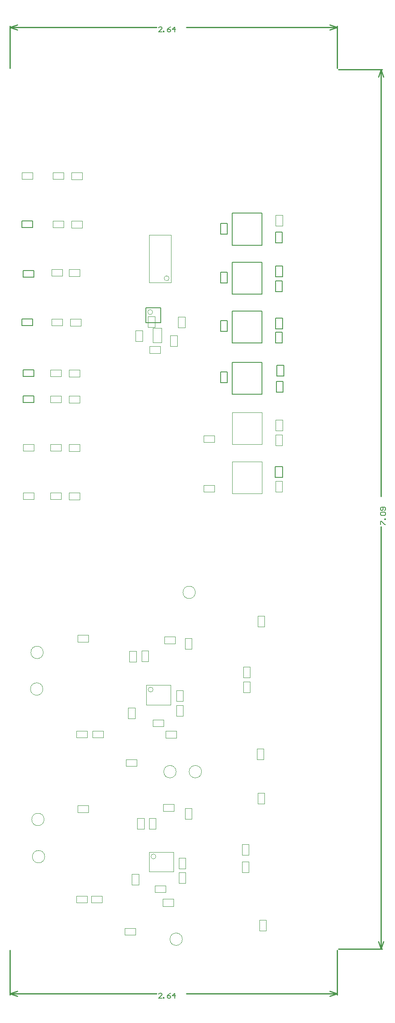
<source format=gbr>
G04 Layer_Color=16711935*
%FSLAX26Y26*%
%MOIN*%
%TF.FileFunction,Other,Mechanical_13*%
%TF.Part,Single*%
G01*
G75*
%TA.AperFunction,NonConductor*%
%ADD46C,0.007874*%
%ADD67C,0.003937*%
%ADD68C,0.010000*%
%ADD70C,0.005000*%
D46*
X2988759Y3422340D02*
Y3448578D01*
X2995318D01*
X3021557Y3422340D01*
X3028116D01*
Y3461698D02*
X3021557D01*
Y3468257D01*
X3028116D01*
Y3461698D01*
X2995318Y3494495D02*
X2988759Y3501055D01*
Y3514174D01*
X2995318Y3520733D01*
X3021557D01*
X3028116Y3514174D01*
Y3501055D01*
X3021557Y3494495D01*
X2995318D01*
X3021557Y3533853D02*
X3028116Y3540412D01*
Y3553531D01*
X3021557Y3560091D01*
X2995318D01*
X2988759Y3553531D01*
Y3540412D01*
X2995318Y3533853D01*
X3001878D01*
X3008438Y3540412D01*
Y3560091D01*
X1224169Y-394899D02*
X1197931D01*
X1224169Y-368661D01*
Y-362101D01*
X1217610Y-355542D01*
X1204490D01*
X1197931Y-362101D01*
X1237288Y-394899D02*
Y-388340D01*
X1243848D01*
Y-394899D01*
X1237288D01*
X1296324Y-355542D02*
X1283205Y-362101D01*
X1270086Y-375221D01*
Y-388340D01*
X1276646Y-394899D01*
X1289765D01*
X1296324Y-388340D01*
Y-381780D01*
X1289765Y-375221D01*
X1270086D01*
X1329122Y-394899D02*
Y-355542D01*
X1309443Y-375221D01*
X1335682D01*
X1224170Y7392524D02*
X1197932D01*
X1224170Y7418762D01*
Y7425321D01*
X1217611Y7431881D01*
X1204492D01*
X1197932Y7425321D01*
X1237290Y7392524D02*
Y7399083D01*
X1243849D01*
Y7392524D01*
X1237290D01*
X1296326Y7431881D02*
X1283207Y7425321D01*
X1270087Y7412202D01*
Y7399083D01*
X1276647Y7392524D01*
X1289766D01*
X1296326Y7399083D01*
Y7405643D01*
X1289766Y7412202D01*
X1270087D01*
X1329123Y7392524D02*
Y7431881D01*
X1309445Y7412202D01*
X1335683D01*
D67*
X268000Y2391000D02*
G03*
X268000Y2391000I-50000J0D01*
G01*
X265000Y2096000D02*
G03*
X265000Y2096000I-50000J0D01*
G01*
X1390000Y80000D02*
G03*
X1390000Y80000I-50000J0D01*
G01*
X1495000Y2875000D02*
G03*
X1495000Y2875000I-50000J0D01*
G01*
X1340000Y1430000D02*
G03*
X1340000Y1430000I-50000J0D01*
G01*
X280000Y745000D02*
G03*
X280000Y745000I-50000J0D01*
G01*
X275000Y1045000D02*
G03*
X275000Y1045000I-50000J0D01*
G01*
X1545000Y1430000D02*
G03*
X1545000Y1430000I-50000J0D01*
G01*
X1282852Y5405770D02*
G03*
X1282852Y5405770I-19685J0D01*
G01*
X1150332Y5133317D02*
G03*
X1150332Y5133317I-19685J0D01*
G01*
X1154197Y2091709D02*
G03*
X1154197Y2091709I-19685J0D01*
G01*
X1176710Y746557D02*
G03*
X1176710Y746557I-19685J0D01*
G01*
X1998425Y1171693D02*
X2051575D01*
X1998425Y1258307D02*
X2051575D01*
Y1171693D02*
Y1258307D01*
X1998425Y1171693D02*
Y1258307D01*
Y2596693D02*
X2051575D01*
X1998425Y2683307D02*
X2051575D01*
Y2596693D02*
Y2683307D01*
X1998425Y2596693D02*
Y2683307D01*
X1413544Y5006694D02*
Y5093308D01*
X1356456Y5006694D02*
Y5093308D01*
Y5006694D02*
X1413544D01*
X1356456Y5093308D02*
X1413544D01*
X1153284Y4887254D02*
Y5005364D01*
X1222182Y4887254D02*
Y5005364D01*
X1153284D02*
X1222182D01*
X1153284Y4887254D02*
X1222182D01*
X1926576Y616694D02*
Y703308D01*
X1873426Y616694D02*
Y703308D01*
Y616694D02*
X1926576D01*
X1873426Y703308D02*
X1926576D01*
X656694Y426576D02*
X743308D01*
X656694Y373426D02*
X743308D01*
Y426576D01*
X656694Y373426D02*
Y426576D01*
X536694Y373426D02*
X623308D01*
X536694Y426576D02*
X623308D01*
X536694Y373426D02*
Y426576D01*
X623308Y373426D02*
Y426576D01*
X1883426Y2186694D02*
Y2273308D01*
X1936576Y2186694D02*
Y2273308D01*
X1883426D02*
X1936576D01*
X1883426Y2186694D02*
X1936576D01*
X1342812Y1699858D02*
Y1756946D01*
X1256196Y1699858D02*
Y1756946D01*
X1342812D01*
X1256196Y1699858D02*
X1342812D01*
X546710Y2474708D02*
Y2531794D01*
X633324Y2474708D02*
Y2531794D01*
X546710Y2474708D02*
X633324D01*
X546710Y2531794D02*
X633324D01*
X546694Y1101458D02*
Y1158544D01*
X633308Y1101458D02*
Y1158544D01*
X546694Y1101458D02*
X633308D01*
X546694Y1158544D02*
X633308D01*
X1318308Y346458D02*
Y403544D01*
X1231692Y346458D02*
Y403544D01*
X1318308D01*
X1231692Y346458D02*
X1318308D01*
X1298600Y5370338D02*
Y5756164D01*
X1121434Y5370338D02*
Y5756164D01*
Y5370338D02*
X1298600D01*
X1121434Y5756164D02*
X1298600D01*
X1561196Y4084828D02*
Y4137978D01*
X1647810Y4084828D02*
Y4137978D01*
X1561196D02*
X1647810D01*
X1561196Y4084828D02*
X1647810D01*
X2142656Y4058436D02*
X2195806D01*
X2142656Y4145050D02*
X2195806D01*
X2142656Y4058436D02*
Y4145050D01*
X2195806Y4058436D02*
Y4145050D01*
X2141456Y5826694D02*
Y5913308D01*
X2198542Y5826694D02*
Y5913308D01*
X2141456Y5826694D02*
X2198542D01*
X2141456Y5913308D02*
X2198542D01*
X1561198Y3684828D02*
Y3737978D01*
X1647812Y3684828D02*
Y3737978D01*
X1561198D02*
X1647812D01*
X1561198Y3684828D02*
X1647812D01*
X2142656Y3684420D02*
X2195806D01*
X2142656Y3771034D02*
X2195806D01*
X2142656Y3684420D02*
Y3771034D01*
X2195806Y3684420D02*
Y3771034D01*
X1791278Y4067768D02*
Y4325248D01*
X2031238Y4067768D02*
Y4325248D01*
X1791278Y4067768D02*
X2031238D01*
X1791278Y4325248D02*
X2031238D01*
X1791278Y3669854D02*
Y3927334D01*
X2031238Y3669854D02*
Y3927334D01*
X1791278Y3669854D02*
X2031238D01*
X1791278Y3927334D02*
X2031238D01*
X2141456Y4176694D02*
Y4263308D01*
X2198544Y4176694D02*
Y4263308D01*
X2141456Y4176694D02*
X2198544D01*
X2141456Y4263308D02*
X2198544D01*
X666694Y1756574D02*
X753308D01*
X666694Y1703426D02*
X753308D01*
Y1756574D01*
X666694Y1703426D02*
Y1756574D01*
X1099080Y2127142D02*
X1295930D01*
X1099080Y1969662D02*
X1295930D01*
X1099080D02*
Y2127142D01*
X1295930Y1969662D02*
Y2127142D01*
X1396080Y1877094D02*
Y1963708D01*
X1342930Y1877094D02*
Y1963708D01*
Y1877094D02*
X1396080D01*
X1342930Y1963708D02*
X1396080D01*
X1396574Y1996694D02*
Y2083308D01*
X1343424Y1996694D02*
Y2083308D01*
Y1996694D02*
X1396574D01*
X1343424Y2083308D02*
X1396574D01*
X1416574Y646694D02*
Y733308D01*
X1363424Y646694D02*
Y733308D01*
Y646694D02*
X1416574D01*
X1363424Y733308D02*
X1416574D01*
X1416080Y530094D02*
Y616708D01*
X1362930Y530094D02*
Y616708D01*
Y530094D02*
X1416080D01*
X1362930Y616708D02*
X1416080D01*
X1465078Y1047096D02*
Y1133710D01*
X1411928Y1047096D02*
Y1133710D01*
Y1047096D02*
X1465078D01*
X1411928Y1133710D02*
X1465078D01*
X1121592Y781990D02*
X1318442D01*
X1121592Y624510D02*
X1318442D01*
X1121592D02*
Y781990D01*
X1318442Y624510D02*
Y781990D01*
X2013424Y146692D02*
Y233308D01*
X2066574Y146692D02*
Y233308D01*
X2013424D02*
X2066574D01*
X2013424Y146692D02*
X2066574D01*
X1170196Y456828D02*
X1256810D01*
X1170196Y509976D02*
X1256810D01*
X1170196Y456828D02*
Y509976D01*
X1256810Y456828D02*
Y509976D01*
X1152196Y1793828D02*
X1238810D01*
X1152196Y1846976D02*
X1238810D01*
X1152196Y1793828D02*
Y1846976D01*
X1238810Y1793828D02*
Y1846976D01*
X1993426Y1526694D02*
Y1613308D01*
X2046576Y1526694D02*
Y1613308D01*
X1993426D02*
X2046576D01*
X1993426Y1526694D02*
X2046576D01*
X1008544Y1856694D02*
Y1943308D01*
X951456Y1856694D02*
Y1943308D01*
Y1856694D02*
X1008544D01*
X951456Y1943308D02*
X1008544D01*
X1236694Y1168544D02*
X1323308D01*
X1236694Y1111458D02*
X1323308D01*
Y1168544D01*
X1236694Y1111458D02*
Y1168544D01*
X1246694Y2518544D02*
X1333308D01*
X1246694Y2461458D02*
X1333308D01*
Y2518544D01*
X1246694Y2461458D02*
Y2518544D01*
X1038544Y516694D02*
Y603308D01*
X981456Y516694D02*
Y603308D01*
Y516694D02*
X1038544D01*
X981456Y603308D02*
X1038544D01*
X1013308Y113426D02*
Y166576D01*
X926692Y113426D02*
Y166576D01*
X1013308D01*
X926692Y113426D02*
X1013308D01*
X1883426Y2153308D02*
X1936574D01*
X1883426Y2066694D02*
X1936574D01*
X1883426D02*
Y2153308D01*
X1936574Y2066694D02*
Y2153308D01*
X1023308Y1473426D02*
Y1526576D01*
X936692Y1473426D02*
Y1526576D01*
X1023308D01*
X936692Y1473426D02*
X1023308D01*
X623308Y1703426D02*
Y1756576D01*
X536692Y1703426D02*
Y1756576D01*
X623308D01*
X536692Y1703426D02*
X623308D01*
X1873426Y756694D02*
X1926576D01*
X1873426Y843308D02*
X1926576D01*
Y756694D02*
Y843308D01*
X1873426Y756694D02*
Y843308D01*
X1466574Y2416694D02*
Y2503308D01*
X1413426Y2416694D02*
Y2503308D01*
Y2416694D02*
X1466574D01*
X1413426Y2503308D02*
X1466574D01*
X183306Y6203426D02*
Y6256576D01*
X96692Y6203426D02*
Y6256576D01*
X183306D01*
X96692Y6203426D02*
X183306D01*
X346694D02*
Y6256576D01*
X433308Y6203426D02*
Y6256576D01*
X346694Y6203426D02*
X433308D01*
X346694Y6256576D02*
X433308D01*
X496694Y6258544D02*
X583308D01*
X496694Y6201458D02*
X583308D01*
Y6258544D01*
X496694Y6201458D02*
Y6258544D01*
X346694Y5813426D02*
Y5866576D01*
X433308Y5813426D02*
Y5866576D01*
X346694Y5813426D02*
X433308D01*
X346694Y5866576D02*
X433308D01*
X496694Y5868544D02*
X583308D01*
X496694Y5811458D02*
X583308D01*
Y5868544D01*
X496694Y5811458D02*
Y5868544D01*
X336694Y5423426D02*
Y5476576D01*
X423308Y5423426D02*
Y5476576D01*
X336694Y5423426D02*
X423308D01*
X336694Y5476576D02*
X423308D01*
X476694Y5478544D02*
X563308D01*
X476694Y5421458D02*
X563308D01*
Y5478544D01*
X476694Y5421458D02*
Y5478544D01*
X336694Y5023426D02*
Y5076576D01*
X423308Y5023426D02*
Y5076576D01*
X336694Y5023426D02*
X423308D01*
X336694Y5076576D02*
X423308D01*
X486694Y5078544D02*
X573308D01*
X486694Y5021458D02*
X573308D01*
Y5078544D01*
X486694Y5021458D02*
Y5078544D01*
X326694Y4403426D02*
Y4456576D01*
X413308Y4403426D02*
Y4456576D01*
X326694Y4403426D02*
X413308D01*
X326694Y4456576D02*
X413308D01*
X476694Y4458544D02*
X563308D01*
X476694Y4401458D02*
X563308D01*
Y4458544D01*
X476694Y4401458D02*
Y4458544D01*
X326694Y4613426D02*
Y4666576D01*
X413308Y4613426D02*
Y4666576D01*
X326694Y4613426D02*
X413308D01*
X326694Y4666576D02*
X413308D01*
X476694Y4668544D02*
X563308D01*
X476694Y4611458D02*
X563308D01*
Y4668544D01*
X476694Y4611458D02*
Y4668544D01*
X106694Y4013426D02*
X193308D01*
X106694Y4066576D02*
X193308D01*
X106694Y4013426D02*
Y4066576D01*
X193308Y4013426D02*
Y4066576D01*
X326694Y4013426D02*
Y4066576D01*
X413308Y4013426D02*
Y4066576D01*
X326694Y4013426D02*
X413308D01*
X326694Y4066576D02*
X413308D01*
X476694Y4068544D02*
X563308D01*
X476694Y4011458D02*
X563308D01*
Y4068544D01*
X476694Y4011458D02*
Y4068544D01*
X106694Y3623426D02*
X193308D01*
X106694Y3676576D02*
X193308D01*
X106694Y3623426D02*
Y3676576D01*
X193308Y3623426D02*
Y3676576D01*
X326694Y3623426D02*
Y3676576D01*
X413308Y3623426D02*
Y3676576D01*
X326694Y3623426D02*
X413308D01*
X326694Y3676576D02*
X413308D01*
X476694Y3678544D02*
X563308D01*
X476694Y3621458D02*
X563308D01*
Y3678544D01*
X476694Y3621458D02*
Y3678544D01*
X1068544Y4896694D02*
Y4983308D01*
X1011456Y4896694D02*
Y4983308D01*
X1068544D01*
X1011456Y4896694D02*
X1068544D01*
X1291456Y4856694D02*
Y4943308D01*
X1348544Y4856694D02*
Y4943308D01*
X1291456Y4856694D02*
X1348544D01*
X1291456Y4943308D02*
X1348544D01*
X1126692Y4858544D02*
X1213308D01*
X1126692Y4801458D02*
X1213308D01*
X1126692D02*
Y4858544D01*
X1213308Y4801458D02*
Y4858544D01*
X1168364Y5011940D02*
Y5098554D01*
X1111276Y5011940D02*
Y5098554D01*
Y5011940D02*
X1168364D01*
X1111276Y5098554D02*
X1168364D01*
X962456Y2315692D02*
Y2402308D01*
X1019542Y2315692D02*
Y2402308D01*
X962456Y2315692D02*
X1019542D01*
X962456Y2402308D02*
X1019542D01*
X1063426Y2403308D02*
X1116576D01*
X1063426Y2316694D02*
X1116576D01*
Y2403308D01*
X1063426Y2316694D02*
Y2403308D01*
X1123426Y1053306D02*
X1176574D01*
X1123426Y966692D02*
X1176574D01*
Y1053306D01*
X1123426Y966692D02*
Y1053306D01*
X1026458Y966692D02*
Y1053306D01*
X1083544Y966692D02*
Y1053306D01*
X1026458Y966692D02*
X1083544D01*
X1026458Y1053306D02*
X1083544D01*
D68*
X2647796Y7086613D02*
X3002126D01*
X2647794Y-0D02*
X3002126D01*
X2992126Y3648272D02*
Y7086613D01*
Y-0D02*
Y3406340D01*
X2972126Y7026613D02*
X2992126Y7086613D01*
X3012126Y7026613D01*
X2992126Y-0D02*
X3012126Y60000D01*
X2972126D02*
X2992126Y-0D01*
X2637794Y-368909D02*
Y-10000D01*
X-1Y-368909D02*
Y-10000D01*
X1423863Y-358909D02*
X2637794D01*
X-1D02*
X1181931D01*
X2577794Y-338909D02*
X2637794Y-358909D01*
X2577794Y-378909D02*
X2637794Y-358909D01*
X-1D02*
X59999Y-378909D01*
X-1Y-358909D02*
X59999Y-338909D01*
X2637796Y7096613D02*
Y7438514D01*
X0Y7096615D02*
Y7438514D01*
X1423864Y7428514D02*
X2637796D01*
X0D02*
X1181932D01*
X2577796Y7448514D02*
X2637796Y7428514D01*
X2577796Y7408514D02*
X2637796Y7428514D01*
X0D02*
X60000Y7408514D01*
X0Y7428514D02*
X60000Y7448514D01*
D70*
X1697774Y4652922D02*
X1750924D01*
X1697774Y4566308D02*
X1750924D01*
Y4652922D01*
X1697774Y4566308D02*
Y4652922D01*
Y5066308D02*
X1750924D01*
X1697774Y4979694D02*
X1750924D01*
Y5066308D01*
X1697774Y4979694D02*
Y5066308D01*
X1697772Y5456074D02*
X1750922D01*
X1697772Y5369460D02*
X1750922D01*
Y5456074D01*
X1697772Y5369460D02*
Y5456074D01*
X1095216Y5046702D02*
X1217262D01*
X1095216Y5168750D02*
X1217262D01*
Y5046702D02*
Y5168750D01*
X1095216Y5046702D02*
Y5168750D01*
X2142654Y5692296D02*
X2195804D01*
X2142654Y5778910D02*
X2195804D01*
X2142654Y5692296D02*
Y5778910D01*
X2195804Y5692296D02*
Y5778910D01*
X2142656Y5298592D02*
X2195804D01*
X2142656Y5385206D02*
X2195804D01*
X2142656Y5298592D02*
Y5385206D01*
X2195804Y5298592D02*
Y5385206D01*
X2150528Y4487568D02*
X2203678D01*
X2150528Y4574182D02*
X2203678D01*
X2150528Y4487568D02*
Y4574182D01*
X2203678Y4487568D02*
Y4574182D01*
X2142654Y4885206D02*
X2195804D01*
X2142654Y4971820D02*
X2195804D01*
X2142654Y4885206D02*
Y4971820D01*
X2195804Y4885206D02*
Y4971820D01*
X2140688Y3802532D02*
Y3889146D01*
X2197774Y3802532D02*
Y3889146D01*
X2140688Y3802532D02*
X2197774D01*
X2140688Y3889146D02*
X2197774D01*
X2141456Y5416694D02*
Y5503308D01*
X2198544Y5416694D02*
Y5503308D01*
X2141456Y5416694D02*
X2198544D01*
X2141456Y5503308D02*
X2198544D01*
X2151456Y4616694D02*
Y4703308D01*
X2208542Y4616694D02*
Y4703308D01*
X2151456Y4616694D02*
X2208542D01*
X2151456Y4703308D02*
X2208542D01*
X2141456Y4996694D02*
Y5083308D01*
X2198544Y4996694D02*
Y5083308D01*
X2141456Y4996694D02*
X2198544D01*
X2141456Y5083308D02*
X2198544D01*
X1697774Y5849774D02*
X1750924D01*
X1697774Y5763160D02*
X1750924D01*
Y5849774D01*
X1697774Y5763160D02*
Y5849774D01*
X1791276Y5672662D02*
Y5930142D01*
X2031238Y5672662D02*
Y5930142D01*
X1791276Y5672662D02*
X2031238D01*
X1791276Y5930142D02*
X2031238D01*
X1791276Y5278302D02*
Y5535782D01*
X2031238Y5278302D02*
Y5535782D01*
X1791276Y5278302D02*
X2031238D01*
X1791276Y5535782D02*
X2031238D01*
X1791276Y4470168D02*
Y4727648D01*
X2031238Y4470168D02*
Y4727648D01*
X1791276Y4470168D02*
X2031238D01*
X1791276Y4727648D02*
X2031238D01*
X1791276Y4883946D02*
Y5141426D01*
X2031238Y4883946D02*
Y5141426D01*
X1791276Y4883946D02*
X2031238D01*
X1791276Y5141426D02*
X2031238D01*
X96692Y5813426D02*
X183308D01*
X96692Y5866574D02*
X183308D01*
X96692Y5813426D02*
Y5866574D01*
X183308Y5813426D02*
Y5866574D01*
X106694Y5413426D02*
X193308D01*
X106694Y5466574D02*
X193308D01*
X106694Y5413426D02*
Y5466574D01*
X193308Y5413426D02*
Y5466574D01*
X96692Y5023428D02*
X183306D01*
X96692Y5076578D02*
X183306D01*
X96692Y5023428D02*
Y5076578D01*
X183306Y5023428D02*
Y5076578D01*
X106692Y4613428D02*
X193306D01*
X106692Y4666578D02*
X193306D01*
X106692Y4613428D02*
Y4666578D01*
X193306Y4613428D02*
Y4666578D01*
X106692Y4403428D02*
X193308D01*
X106692Y4456576D02*
X193308D01*
X106692Y4403428D02*
Y4456576D01*
X193308Y4403428D02*
Y4456576D01*
%TF.MD5,cc4b09062f2a99dd04cafb9447846633*%
M02*

</source>
